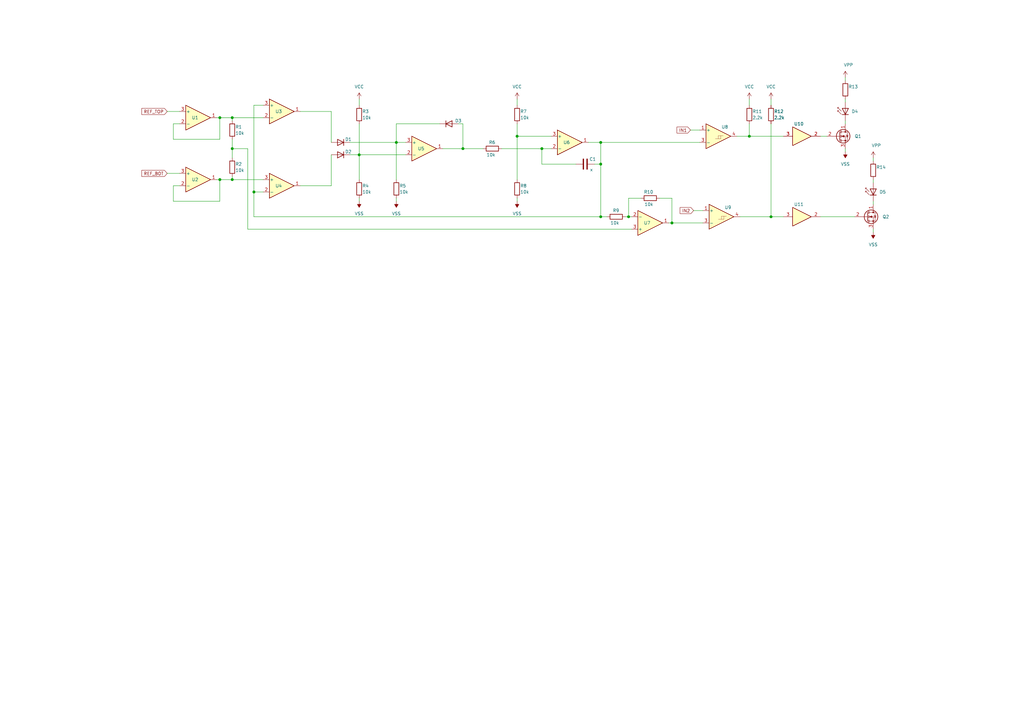
<source format=kicad_sch>
(kicad_sch (version 20210621) (generator eeschema)
  (paper "A3")
  (lib_symbols
    (symbol "4xxx:4050" (pin_names (offset 1.016))
      (property "Reference" "U" (at 0 1.27 0))
      (property "Value" "4050" (at 0 -1.27 0))
      (symbol "4050_1_0"
        (polyline (pts (xy -3.81 3.81) (xy -3.81 -3.81) (xy 3.81 0) (xy -3.81 3.81)) (stroke (width 0.254)) (fill (type background)))
        (pin output line (at 7.62 0 180) (length 3.81) (name "~") (number "2"))
        (pin input line (at -7.62 0 0) (length 3.81) (name "~") (number "3"))
      )
    )
    (symbol "Amplifier_Operational:LM324" (pin_names (offset 0.127))
      (property "Reference" "U" (at 0 5.08 0))
      (property "Value" "LM324" (at 0 -5.08 0))
      (symbol "LM324_1_1"
        (polyline (pts (xy -5.08 5.08) (xy 5.08 0) (xy -5.08 -5.08) (xy -5.08 5.08)) (stroke (width 0.254)) (fill (type background)))
        (pin output line (at 7.62 0 180) (length 2.54) (name "~") (number "1"))
        (pin input line (at -7.62 -2.54 0) (length 2.54) (name "-") (number "2"))
        (pin input line (at -7.62 2.54 0) (length 2.54) (name "+") (number "3"))
      )
    )
    (symbol "Comparator:LMV331_1" (pin_names (offset 0.127))
      (property "Reference" "U" (at 1.27 5.08 0))
      (property "Value" "LMV331" (at 3.81 -5.08 0))
      (symbol "LMV331_1_0_1"
        (polyline (pts (xy -1.27 -1.016) (xy 1.016 -1.016)) (stroke (width 0.0006)))
        (polyline (pts (xy 0 -1.016) (xy 0 0.254)) (stroke (width 0.0006)))
        (polyline (pts (xy 0 0.254) (xy 2.032 0.254)) (stroke (width 0.0006)))
        (polyline (pts (xy 1.016 -1.016) (xy 1.016 0.254)) (stroke (width 0.0006)))
        (polyline (pts (xy -5.08 5.08) (xy 5.08 0) (xy -5.08 -5.08) (xy -5.08 5.08)) (stroke (width 0.254)) (fill (type background)))
      )
      (symbol "LMV331_1_1_1"
        (pin input line (at -7.62 2.54 0) (length 2.54) (name "+") (number "1"))
        (pin power_in line (at -2.54 -7.62 90) (length 3.81) hide (name "V-") (number "2"))
        (pin input line (at -7.62 -2.54 0) (length 2.54) (name "-") (number "3"))
        (pin open_collector line (at 7.62 0 180) (length 2.54) (name "~") (number "4"))
        (pin power_in line (at -2.54 7.62 270) (length 3.81) hide (name "V+") (number "5"))
      )
    )
    (symbol "Device:C" (pin_numbers hide) (pin_names (offset 0.254))
      (property "Reference" "C" (at 0.635 2.54 0))
      (property "Value" "C" (at 0.635 -2.54 0))
      (symbol "C_0_1"
        (polyline (pts (xy -2.032 -0.762) (xy 2.032 -0.762)) (stroke (width 0.508)))
        (polyline (pts (xy -2.032 0.762) (xy 2.032 0.762)) (stroke (width 0.508)))
      )
      (symbol "C_1_1"
        (pin passive line (at 0 3.81 270) (length 2.794) (name "~") (number "1"))
        (pin passive line (at 0 -3.81 90) (length 2.794) (name "~") (number "2"))
      )
    )
    (symbol "Device:D" (pin_numbers hide) (pin_names (offset 1.016) hide)
      (property "Reference" "D" (at 0 2.54 0))
      (property "Value" "D" (at 0 -2.54 0))
      (symbol "D_0_1"
        (polyline (pts (xy -1.27 1.27) (xy -1.27 -1.27)) (stroke (width 0.254)))
        (polyline (pts (xy 1.27 0) (xy -1.27 0)))
        (polyline (pts (xy 1.27 1.27) (xy 1.27 -1.27) (xy -1.27 0) (xy 1.27 1.27)) (stroke (width 0.254)))
      )
      (symbol "D_1_1"
        (pin passive line (at -3.81 0 0) (length 2.54) (name "K") (number "1"))
        (pin passive line (at 3.81 0 180) (length 2.54) (name "A") (number "2"))
      )
    )
    (symbol "Device:R" (pin_numbers hide) (pin_names (offset 0))
      (property "Reference" "R" (at 2.032 0 90))
      (property "Value" "R" (at 0 0 90))
      (symbol "R_0_1"
        (rectangle (start -1.016 -2.54) (end 1.016 2.54) (stroke (width 0.254)))
      )
      (symbol "R_1_1"
        (pin passive line (at 0 3.81 270) (length 1.27) (name "~") (number "1"))
        (pin passive line (at 0 -3.81 90) (length 1.27) (name "~") (number "2"))
      )
    )
    (symbol "LED:LD271" (pin_numbers hide) (pin_names (offset 1.016) hide)
      (property "Reference" "D" (at 0.508 1.778 0))
      (property "Value" "LD271" (at -1.016 -2.794 0))
      (symbol "LD271_0_1"
        (polyline (pts (xy -2.54 1.27) (xy -2.54 -1.27)) (stroke (width 0.254)))
        (polyline (pts (xy 0 0) (xy -2.54 0)))
        (polyline (pts (xy 0.381 3.175) (xy -0.127 3.175)))
        (polyline (pts (xy -1.143 1.651) (xy 0.381 3.175) (xy 0.381 2.667)))
        (polyline (pts (xy 0 -1.27) (xy -2.54 0) (xy 0 1.27) (xy 0 -1.27)) (stroke (width 0.254)))
        (polyline (pts (xy -2.413 1.651) (xy -0.889 3.175) (xy -0.889 2.667) (xy -0.889 3.175) (xy -1.397 3.175)))
      )
      (symbol "LD271_1_1"
        (pin passive line (at -5.08 0 0) (length 2.54) (name "K") (number "1"))
        (pin passive line (at 2.54 0 180) (length 2.54) (name "A") (number "2"))
      )
    )
    (symbol "Transistor_FET:IRF6711S" (pin_names hide)
      (property "Reference" "Q" (at 5.08 1.905 0))
      (property "Value" "IRF6711S" (at 5.08 0 0))
      (symbol "IRF6711S_0_1"
        (polyline (pts (xy 0.254 0) (xy -2.54 0)))
        (polyline (pts (xy 0.254 1.905) (xy 0.254 -1.905)) (stroke (width 0.254)))
        (polyline (pts (xy 0.762 -1.27) (xy 0.762 -2.286)) (stroke (width 0.254)))
        (polyline (pts (xy 0.762 0.508) (xy 0.762 -0.508)) (stroke (width 0.254)))
        (polyline (pts (xy 0.762 2.286) (xy 0.762 1.27)) (stroke (width 0.254)))
        (polyline (pts (xy 2.54 2.54) (xy 2.54 1.778)))
        (polyline (pts (xy 2.54 -2.54) (xy 2.54 0) (xy 0.762 0)))
        (polyline (pts (xy 0.762 -1.778) (xy 3.302 -1.778) (xy 3.302 1.778) (xy 0.762 1.778)))
        (polyline (pts (xy 1.016 0) (xy 2.032 0.381) (xy 2.032 -0.381) (xy 1.016 0)) (fill (type outline)))
        (polyline (pts (xy 2.794 0.508) (xy 2.921 0.381) (xy 3.683 0.381) (xy 3.81 0.254)))
        (polyline (pts (xy 3.302 0.381) (xy 2.921 -0.254) (xy 3.683 -0.254) (xy 3.302 0.381)))
        (circle (center 1.651 0) (radius 2.794) (stroke (width 0.254)) (stroke (width 0.254)))
        (circle (center 2.54 -1.778) (radius 0.254) (fill (type outline)))
        (circle (center 2.54 1.778) (radius 0.254) (fill (type outline)))
      )
      (symbol "IRF6711S_1_1"
        (pin passive line (at 2.54 5.08 270) (length 2.54) (name "D") (number "1"))
        (pin input line (at -5.08 0 0) (length 2.54) (name "G") (number "2"))
        (pin passive line (at 2.54 -5.08 90) (length 2.54) (name "S") (number "3"))
      )
    )
    (symbol "power:VCC" (power) (pin_names (offset 0))
      (property "Value" "VCC" (at 0 3.81 0))
      (symbol "VCC_0_1"
        (polyline (pts (xy -0.762 1.27) (xy 0 2.54)))
        (polyline (pts (xy 0 0) (xy 0 2.54)))
        (polyline (pts (xy 0 2.54) (xy 0.762 1.27)))
      )
      (symbol "VCC_1_1"
        (pin power_in line (at 0 0 90) (length 0) hide (name "VCC") (number "1"))
      )
    )
    (symbol "power:VPP" (power) (pin_names (offset 0))
      (property "Value" "VPP" (at 0 3.81 0))
      (symbol "VPP_0_1"
        (polyline (pts (xy -0.762 1.27) (xy 0 2.54)))
        (polyline (pts (xy 0 0) (xy 0 2.54)))
        (polyline (pts (xy 0 2.54) (xy 0.762 1.27)))
      )
      (symbol "VPP_1_1"
        (pin power_in line (at 0 0 90) (length 0) hide (name "VPP") (number "1"))
      )
    )
    (symbol "power:VSS" (power) (pin_names (offset 0))
      (property "Value" "VSS" (at 0 3.81 0))
      (symbol "VSS_0_1"
        (polyline (pts (xy 0 0) (xy 0 2.54)))
        (polyline (pts (xy 0.762 1.27) (xy -0.762 1.27) (xy 0 2.54) (xy 0.762 1.27)) (fill (type outline)))
      )
      (symbol "VSS_1_1"
        (pin power_in line (at 0 0 90) (length 0) hide (name "VSS") (number "1"))
      )
    )
  )
  (junction (at 90.17 48.26) (diameter 1.016))
  (junction (at 90.17 73.66) (diameter 1.016))
  (junction (at 95.25 48.26) (diameter 1.016))
  (junction (at 95.25 60.96) (diameter 1.016))
  (junction (at 95.25 73.66) (diameter 1.016))
  (junction (at 104.14 78.74) (diameter 1.016))
  (junction (at 147.32 63.5) (diameter 1.016))
  (junction (at 162.56 58.42) (diameter 1.016))
  (junction (at 189.865 60.96) (diameter 1.016))
  (junction (at 212.09 55.88) (diameter 1.016))
  (junction (at 222.25 60.96) (diameter 1.016))
  (junction (at 246.38 58.42) (diameter 1.016))
  (junction (at 246.38 67.31) (diameter 1.016))
  (junction (at 246.38 88.9) (diameter 1.016))
  (junction (at 257.81 88.9) (diameter 1.016))
  (junction (at 275.59 91.44) (diameter 1.016))
  (junction (at 307.34 55.88) (diameter 1.016))
  (junction (at 316.23 88.9) (diameter 1.016))
  (wire (pts (xy 68.58 45.72) (xy 73.66 45.72)))
  (wire (pts (xy 68.58 71.12) (xy 73.66 71.12)))
  (wire (pts (xy 71.12 50.8) (xy 71.12 57.15)))
  (wire (pts (xy 71.12 57.15) (xy 90.17 57.15)))
  (wire (pts (xy 71.12 76.2) (xy 71.12 82.55)))
  (wire (pts (xy 71.12 82.55) (xy 90.17 82.55)))
  (wire (pts (xy 73.66 50.8) (xy 71.12 50.8)))
  (wire (pts (xy 73.66 76.2) (xy 71.12 76.2)))
  (wire (pts (xy 88.9 48.26) (xy 90.17 48.26)))
  (wire (pts (xy 88.9 73.66) (xy 90.17 73.66)))
  (wire (pts (xy 90.17 48.26) (xy 95.25 48.26)))
  (wire (pts (xy 90.17 57.15) (xy 90.17 48.26)))
  (wire (pts (xy 90.17 73.66) (xy 95.25 73.66)))
  (wire (pts (xy 90.17 82.55) (xy 90.17 73.66)))
  (wire (pts (xy 95.25 48.26) (xy 95.25 49.53)))
  (wire (pts (xy 95.25 48.26) (xy 107.95 48.26)))
  (wire (pts (xy 95.25 57.15) (xy 95.25 60.96)))
  (wire (pts (xy 95.25 60.96) (xy 95.25 64.77)))
  (wire (pts (xy 95.25 72.39) (xy 95.25 73.66)))
  (wire (pts (xy 95.25 73.66) (xy 107.95 73.66)))
  (wire (pts (xy 101.6 60.96) (xy 95.25 60.96)))
  (wire (pts (xy 101.6 93.98) (xy 101.6 60.96)))
  (wire (pts (xy 104.14 43.18) (xy 104.14 78.74)))
  (wire (pts (xy 104.14 78.74) (xy 104.14 88.9)))
  (wire (pts (xy 104.14 78.74) (xy 107.95 78.74)))
  (wire (pts (xy 104.14 88.9) (xy 246.38 88.9)))
  (wire (pts (xy 107.95 43.18) (xy 104.14 43.18)))
  (wire (pts (xy 123.19 45.72) (xy 135.89 45.72)))
  (wire (pts (xy 123.19 76.2) (xy 135.89 76.2)))
  (wire (pts (xy 135.89 58.42) (xy 135.89 45.72)))
  (wire (pts (xy 135.89 76.2) (xy 135.89 63.5)))
  (wire (pts (xy 143.51 58.42) (xy 162.56 58.42)))
  (wire (pts (xy 143.51 63.5) (xy 147.32 63.5)))
  (wire (pts (xy 147.32 40.64) (xy 147.32 43.18)))
  (wire (pts (xy 147.32 50.8) (xy 147.32 63.5)))
  (wire (pts (xy 147.32 63.5) (xy 147.32 73.66)))
  (wire (pts (xy 147.32 63.5) (xy 166.37 63.5)))
  (wire (pts (xy 147.32 81.28) (xy 147.32 82.55)))
  (wire (pts (xy 162.56 50.8) (xy 162.56 58.42)))
  (wire (pts (xy 162.56 58.42) (xy 166.37 58.42)))
  (wire (pts (xy 162.56 73.66) (xy 162.56 58.42)))
  (wire (pts (xy 162.56 81.28) (xy 162.56 82.55)))
  (wire (pts (xy 180.34 50.8) (xy 162.56 50.8)))
  (wire (pts (xy 187.96 50.8) (xy 189.865 50.8)))
  (wire (pts (xy 189.865 50.8) (xy 189.865 60.96)))
  (wire (pts (xy 189.865 60.96) (xy 181.61 60.96)))
  (wire (pts (xy 189.865 60.96) (xy 198.12 60.96)))
  (wire (pts (xy 205.74 60.96) (xy 222.25 60.96)))
  (wire (pts (xy 212.09 40.64) (xy 212.09 43.18)))
  (wire (pts (xy 212.09 50.8) (xy 212.09 55.88)))
  (wire (pts (xy 212.09 55.88) (xy 212.09 73.66)))
  (wire (pts (xy 212.09 81.28) (xy 212.09 82.55)))
  (wire (pts (xy 222.25 60.96) (xy 226.06 60.96)))
  (wire (pts (xy 222.25 67.31) (xy 222.25 60.96)))
  (wire (pts (xy 226.06 55.88) (xy 212.09 55.88)))
  (wire (pts (xy 236.22 67.31) (xy 222.25 67.31)))
  (wire (pts (xy 241.3 58.42) (xy 246.38 58.42)))
  (wire (pts (xy 246.38 58.42) (xy 246.38 67.31)))
  (wire (pts (xy 246.38 58.42) (xy 287.02 58.42)))
  (wire (pts (xy 246.38 67.31) (xy 243.84 67.31)))
  (wire (pts (xy 246.38 88.9) (xy 246.38 67.31)))
  (wire (pts (xy 246.38 88.9) (xy 248.92 88.9)))
  (wire (pts (xy 256.54 88.9) (xy 257.81 88.9)))
  (wire (pts (xy 257.81 81.28) (xy 257.81 88.9)))
  (wire (pts (xy 257.81 88.9) (xy 259.08 88.9)))
  (wire (pts (xy 259.08 93.98) (xy 101.6 93.98)))
  (wire (pts (xy 262.89 81.28) (xy 257.81 81.28)))
  (wire (pts (xy 270.51 81.28) (xy 275.59 81.28)))
  (wire (pts (xy 275.59 81.28) (xy 275.59 91.44)))
  (wire (pts (xy 275.59 91.44) (xy 274.32 91.44)))
  (wire (pts (xy 275.59 91.44) (xy 288.29 91.44)))
  (wire (pts (xy 283.21 53.34) (xy 287.02 53.34)))
  (wire (pts (xy 284.48 86.36) (xy 288.29 86.36)))
  (wire (pts (xy 303.53 88.9) (xy 316.23 88.9)))
  (wire (pts (xy 307.34 40.64) (xy 307.34 43.18)))
  (wire (pts (xy 307.34 50.8) (xy 307.34 55.88)))
  (wire (pts (xy 307.34 55.88) (xy 302.26 55.88)))
  (wire (pts (xy 307.34 55.88) (xy 321.31 55.88)))
  (wire (pts (xy 316.23 40.64) (xy 316.23 43.18)))
  (wire (pts (xy 316.23 50.8) (xy 316.23 88.9)))
  (wire (pts (xy 316.23 88.9) (xy 321.31 88.9)))
  (wire (pts (xy 336.55 55.88) (xy 339.09 55.88)))
  (wire (pts (xy 336.55 88.9) (xy 350.52 88.9)))
  (wire (pts (xy 346.71 31.75) (xy 346.71 33.02)))
  (wire (pts (xy 346.71 40.64) (xy 346.71 41.91)))
  (wire (pts (xy 346.71 49.53) (xy 346.71 50.8)))
  (wire (pts (xy 346.71 60.96) (xy 346.71 62.23)))
  (wire (pts (xy 358.14 64.77) (xy 358.14 66.04)))
  (wire (pts (xy 358.14 73.66) (xy 358.14 74.93)))
  (wire (pts (xy 358.14 82.55) (xy 358.14 83.82)))
  (wire (pts (xy 358.14 93.98) (xy 358.14 95.25)))
  (global_label "REF_TOP" (shape input) (at 68.58 45.72 180) (property "Intersheet References" "${INTERSHEET_REFS}" (effects hide)))
  (global_label "REF_BOT" (shape input) (at 68.58 71.12 180) (property "Intersheet References" "${INTERSHEET_REFS}" (effects hide)))
  (global_label "IN1" (shape input) (at 283.21 53.34 180) (property "Intersheet References" "${INTERSHEET_REFS}" (effects hide)))
  (global_label "IN2" (shape input) (at 284.48 86.36 180) (property "Intersheet References" "${INTERSHEET_REFS}" (effects hide)))
  (symbol (lib_id "power:VCC") (at 147.32 40.64 0) (unit 1)
    (property "Reference" "#PWR01" (effects hide))
    (property "Value" "VCC" (at 147.32 35.56 0))
  )
  (symbol (lib_id "power:VSS") (at 147.32 82.55 180) (unit 1)
    (property "Reference" "#PWR02" (effects hide))
    (property "Value" "VSS" (at 147.32 87.63 0))
  )
  (symbol (lib_id "power:VSS") (at 162.56 82.55 180) (unit 1)
    (property "Reference" "#PWR03" (effects hide))
    (property "Value" "VSS" (at 162.56 87.63 0))
  )
  (symbol (lib_id "power:VCC") (at 212.09 40.64 0) (unit 1)
    (property "Reference" "#PWR04" (effects hide))
    (property "Value" "VCC" (at 212.09 35.56 0))
  )
  (symbol (lib_id "power:VSS") (at 212.09 82.55 180) (unit 1)
    (property "Reference" "#PWR05" (effects hide))
    (property "Value" "VSS" (at 212.09 87.63 0))
  )
  (symbol (lib_id "power:VCC") (at 307.34 40.64 0) (unit 1)
    (property "Reference" "#PWR06" (effects hide))
    (property "Value" "VCC" (at 307.34 35.56 0))
  )
  (symbol (lib_id "power:VCC") (at 316.23 40.64 0) (unit 1)
    (property "Reference" "#PWR07" (effects hide))
    (property "Value" "VCC" (at 316.23 35.56 0))
  )
  (symbol (lib_id "power:VPP") (at 346.71 31.75 0) (unit 1)
    (property "Reference" "#PWR08" (effects hide))
    (property "Value" "VPP" (at 347.98 26.67 0))
  )
  (symbol (lib_id "power:VSS") (at 346.71 62.23 180) (unit 1)
    (property "Reference" "#PWR09" (effects hide))
    (property "Value" "VSS" (at 346.71 67.31 0))
  )
  (symbol (lib_id "power:VPP") (at 358.14 64.77 0) (unit 1)
    (property "Reference" "#PWR010" (effects hide))
    (property "Value" "VPP" (at 359.41 59.69 0))
  )
  (symbol (lib_id "power:VSS") (at 358.14 95.25 180) (unit 1)
    (property "Reference" "#PWR011" (effects hide))
    (property "Value" "VSS" (at 358.14 100.33 0))
  )
  (symbol (lib_id "Device:R") (at 95.25 53.34 0) (unit 1)
    (property "Reference" "R1" (at 96.52 52.07 0) (effects (justify left)))
    (property "Value" "10k" (at 96.52 54.61 0) (effects (justify left)))
  )
  (symbol (lib_id "Device:R") (at 95.25 68.58 0) (unit 1)
    (property "Reference" "R2" (at 96.52 67.31 0) (effects (justify left)))
    (property "Value" "10k" (at 96.52 69.85 0) (effects (justify left)))
  )
  (symbol (lib_id "Device:R") (at 147.32 46.99 0) (unit 1)
    (property "Reference" "R3" (at 148.59 45.72 0) (effects (justify left)))
    (property "Value" "10k" (at 148.59 48.26 0) (effects (justify left)))
  )
  (symbol (lib_id "Device:R") (at 147.32 77.47 0) (unit 1)
    (property "Reference" "R4" (at 148.59 76.2 0) (effects (justify left)))
    (property "Value" "10k" (at 148.59 78.74 0) (effects (justify left)))
  )
  (symbol (lib_id "Device:R") (at 162.56 77.47 0) (unit 1)
    (property "Reference" "R5" (at 163.83 76.2 0) (effects (justify left)))
    (property "Value" "10k" (at 163.83 78.74 0) (effects (justify left)))
  )
  (symbol (lib_id "Device:R") (at 201.93 60.96 90) (unit 1)
    (property "Reference" "R6" (at 203.2 58.42 90) (effects (justify left)))
    (property "Value" "10k" (at 203.2 63.5 90) (effects (justify left)))
  )
  (symbol (lib_id "Device:R") (at 212.09 46.99 0) (unit 1)
    (property "Reference" "R7" (at 213.36 45.72 0) (effects (justify left)))
    (property "Value" "10k" (at 213.36 48.26 0) (effects (justify left)))
  )
  (symbol (lib_id "Device:R") (at 212.09 77.47 0) (unit 1)
    (property "Reference" "R8" (at 213.36 76.2 0) (effects (justify left)))
    (property "Value" "10k" (at 213.36 78.74 0) (effects (justify left)))
  )
  (symbol (lib_id "Device:R") (at 252.73 88.9 90) (unit 1)
    (property "Reference" "R9" (at 254 86.36 90) (effects (justify left)))
    (property "Value" "10k" (at 254 91.44 90) (effects (justify left)))
  )
  (symbol (lib_id "Device:R") (at 266.7 81.28 90) (unit 1)
    (property "Reference" "R10" (at 267.97 78.74 90) (effects (justify left)))
    (property "Value" "10k" (at 267.97 83.82 90) (effects (justify left)))
  )
  (symbol (lib_id "Device:R") (at 307.34 46.99 0) (unit 1)
    (property "Reference" "R11" (at 308.61 45.72 0) (effects (justify left)))
    (property "Value" "2.2k" (at 308.61 48.26 0) (effects (justify left)))
  )
  (symbol (lib_id "Device:R") (at 316.23 46.99 0) (unit 1)
    (property "Reference" "R12" (at 317.5 45.72 0) (effects (justify left)))
    (property "Value" "2.2k" (at 317.5 48.26 0) (effects (justify left)))
  )
  (symbol (lib_id "Device:R") (at 346.71 36.83 0) (unit 1)
    (property "Reference" "R13" (at 347.98 35.56 0) (effects (justify left)))
    (property "Value" "2.2k" (effects hide))
  )
  (symbol (lib_id "Device:R") (at 358.14 69.85 0) (unit 1)
    (property "Reference" "R14" (at 359.41 68.58 0) (effects (justify left)))
    (property "Value" "2.2k" (effects hide))
  )
  (symbol (lib_id "Device:D") (at 139.7 58.42 180) (unit 1)
    (property "Reference" "D1" (at 142.875 57.15 0))
    (property "Value" "D" (effects hide))
  )
  (symbol (lib_id "Device:D") (at 139.7 63.5 180) (unit 1)
    (property "Reference" "D2" (at 142.875 62.23 0))
    (property "Value" "D" (effects hide))
  )
  (symbol (lib_id "Device:D") (at 184.15 50.8 0) (unit 1)
    (property "Reference" "D3" (at 187.96 49.53 0))
    (property "Value" "D" (effects hide))
  )
  (symbol (lib_id "Device:C") (at 240.03 67.31 90) (unit 1)
    (property "Reference" "C1" (at 243.078 65.278 90))
    (property "Value" "x" (at 242.57 69.596 90))
  )
  (symbol (lib_id "LED:LD271") (at 346.71 44.45 90) (unit 1)
    (property "Reference" "D4" (at 349.25 45.72 90) (effects (justify right)))
    (property "Value" "LD271" (effects hide))
    (property "Footprint" "LED_THT:LED_D5.0mm_IRGrey" (effects hide))
    (property "Datasheet" "http://www.alliedelec.com/m/d/40788c34903a719969df15f1fbea1056.pdf" (effects hide))
  )
  (symbol (lib_id "LED:LD271") (at 358.14 77.47 90) (unit 1)
    (property "Reference" "D5" (at 360.68 78.74 90) (effects (justify right)))
    (property "Value" "LD271" (effects hide))
    (property "Footprint" "LED_THT:LED_D5.0mm_IRGrey" (effects hide))
    (property "Datasheet" "http://www.alliedelec.com/m/d/40788c34903a719969df15f1fbea1056.pdf" (effects hide))
  )
  (symbol (lib_id "Transistor_FET:IRF6711S") (at 344.17 55.88 0) (unit 1)
    (property "Reference" "Q1" (at 350.52 55.88 0) (effects (justify left)))
    (property "Value" "IRF6711S" (effects hide))
    (property "Footprint" "Package_DirectFET:DirectFET_SQ" (effects hide))
    (property "Datasheet" "https://www.infineon.com/dgdl/irf6711spbf.pdf?fileId=5546d462533600a4015355ecec0b1a7a" (effects hide))
  )
  (symbol (lib_id "Transistor_FET:IRF6711S") (at 355.6 88.9 0) (unit 1)
    (property "Reference" "Q2" (at 361.95 88.9 0) (effects (justify left)))
    (property "Value" "IRF6711S" (effects hide))
    (property "Footprint" "Package_DirectFET:DirectFET_SQ" (effects hide))
    (property "Datasheet" "https://www.infineon.com/dgdl/irf6711spbf.pdf?fileId=5546d462533600a4015355ecec0b1a7a" (effects hide))
  )
  (symbol (lib_id "4xxx:4050") (at 328.93 55.88 0) (unit 1)
    (property "Reference" "U10" (at 327.66 50.8 0))
    (property "Value" "4050" (effects hide))
    (property "Datasheet" "http://www.intersil.com/content/dam/intersil/documents/cd40/cd4050bms.pdf" (effects hide))
  )
  (symbol (lib_id "4xxx:4050") (at 328.93 88.9 0) (unit 1)
    (property "Reference" "U11" (at 327.66 83.82 0))
    (property "Value" "4050" (effects hide))
    (property "Datasheet" "http://www.intersil.com/content/dam/intersil/documents/cd40/cd4050bms.pdf" (effects hide))
  )
  (symbol (lib_id "Amplifier_Operational:LM324") (at 81.28 48.26 0) (unit 1)
    (property "Reference" "U1" (at 80.01 48.26 0))
    (property "Value" "LM324" (effects hide))
    (property "Datasheet" "http://www.ti.com/lit/ds/symlink/lm2902-n.pdf" (effects hide))
  )
  (symbol (lib_id "Amplifier_Operational:LM324") (at 81.28 73.66 0) (unit 1)
    (property "Reference" "U2" (at 80.01 73.66 0))
    (property "Value" "LM324" (effects hide))
    (property "Datasheet" "http://www.ti.com/lit/ds/symlink/lm2902-n.pdf" (effects hide))
  )
  (symbol (lib_id "Amplifier_Operational:LM324") (at 115.57 45.72 0) (unit 1)
    (property "Reference" "U3" (at 114.3 45.72 0))
    (property "Value" "LM324" (effects hide))
    (property "Datasheet" "http://www.ti.com/lit/ds/symlink/lm2902-n.pdf" (effects hide))
  )
  (symbol (lib_id "Amplifier_Operational:LM324") (at 115.57 76.2 0) (unit 1)
    (property "Reference" "U4" (at 114.3 76.2 0))
    (property "Value" "LM324" (effects hide))
    (property "Datasheet" "http://www.ti.com/lit/ds/symlink/lm2902-n.pdf" (effects hide))
  )
  (symbol (lib_id "Amplifier_Operational:LM324") (at 173.99 60.96 0) (unit 1)
    (property "Reference" "U5" (at 172.72 60.96 0))
    (property "Value" "LM324" (effects hide))
    (property "Datasheet" "http://www.ti.com/lit/ds/symlink/lm2902-n.pdf" (effects hide))
  )
  (symbol (lib_id "Amplifier_Operational:LM324") (at 233.68 58.42 0) (unit 1)
    (property "Reference" "U6" (at 232.41 58.42 0))
    (property "Value" "LM324" (effects hide))
    (property "Datasheet" "http://www.ti.com/lit/ds/symlink/lm2902-n.pdf" (effects hide))
  )
  (symbol (lib_id "Amplifier_Operational:LM324") (at 266.7 91.44 0) (mirror x) (unit 1)
    (property "Reference" "U7" (at 265.43 91.44 0))
    (property "Value" "LM324" (effects hide))
    (property "Datasheet" "http://www.ti.com/lit/ds/symlink/lm2902-n.pdf" (effects hide))
  )
  (symbol (lib_name "Comparator:LMV331_1") (lib_id "Comparator:LMV331") (at 294.64 55.88 0) (unit 1)
    (property "Reference" "U8" (at 295.91 52.07 0) (effects (justify left)))
    (property "Value" "LMV331" (effects hide))
    (property "Datasheet" "http://www.ti.com/lit/ds/symlink/lmv331.pdf" (effects hide))
  )
  (symbol (lib_name "Comparator:LMV331_1") (lib_id "Comparator:LMV331") (at 295.91 88.9 0) (unit 1)
    (property "Reference" "U9" (at 297.18 85.09 0) (effects (justify left)))
    (property "Value" "LMV331" (effects hide))
    (property "Datasheet" "http://www.ti.com/lit/ds/symlink/lmv331.pdf" (effects hide))
  )
)
</source>
